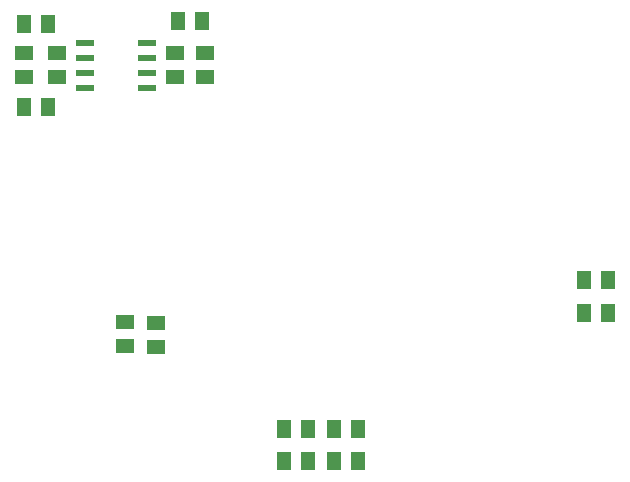
<source format=gtp>
G04 Layer_Color=8421504*
%FSLAX44Y44*%
%MOMM*%
G71*
G01*
G75*
%ADD10R,1.6002X1.2700*%
%ADD11R,1.2700X1.6002*%
%ADD12R,1.5240X0.5080*%
D10*
X579000Y-272840D02*
D03*
Y-293160D02*
D03*
X552500Y-272340D02*
D03*
Y-292660D02*
D03*
X595000Y-44840D02*
D03*
Y-65160D02*
D03*
X620000Y-44840D02*
D03*
Y-65160D02*
D03*
X495000Y-44840D02*
D03*
Y-65160D02*
D03*
X467500Y-44840D02*
D03*
Y-65160D02*
D03*
D11*
X961160Y-265000D02*
D03*
X940840D02*
D03*
X750160Y-390000D02*
D03*
X729840D02*
D03*
X961160Y-237000D02*
D03*
X940840D02*
D03*
X467340Y-90000D02*
D03*
X487660D02*
D03*
X707660Y-362500D02*
D03*
X687340D02*
D03*
X617660Y-17500D02*
D03*
X597340D02*
D03*
X707660Y-390000D02*
D03*
X687340D02*
D03*
X750160Y-362500D02*
D03*
X729840D02*
D03*
X487660Y-20000D02*
D03*
X467340D02*
D03*
D12*
X518965Y-74050D02*
D03*
Y-61350D02*
D03*
Y-48650D02*
D03*
Y-35950D02*
D03*
X571035D02*
D03*
Y-48650D02*
D03*
Y-61350D02*
D03*
Y-74050D02*
D03*
M02*

</source>
